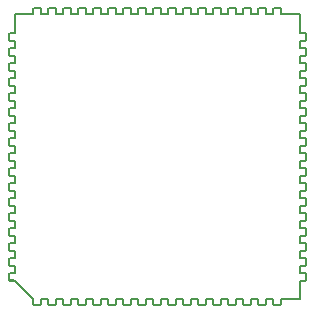
<source format=gm1>
G04 Layer_Color=16711935*
%FSLAX43Y43*%
%MOMM*%
G71*
G01*
G75*
%ADD35C,0.200*%
D35*
X9240Y-12080D02*
X9810D01*
X7970D02*
X8540D01*
X6700D02*
X7270D01*
X5430D02*
X6000D01*
X4160D02*
X4730D01*
X2890D02*
X3460D01*
X1620D02*
X2190D01*
X350D02*
X920D01*
X-920D02*
X-350D01*
X-2190D02*
X-1620D01*
X-3460D02*
X-2890D01*
X-4730D02*
X-4160D01*
X-6000D02*
X-5430D01*
X-7270D02*
X-6700D01*
X-8540D02*
X-7970D01*
X-9810D02*
X-9240D01*
X-12480Y-10510D02*
X-12080D01*
X-12580Y-10410D02*
X-12480Y-10510D01*
X-12580Y-10410D02*
Y-9910D01*
X-12480Y-9810D01*
X-12080D01*
X-12480Y-9240D02*
X-12080D01*
X-12580Y-9140D02*
X-12480Y-9240D01*
X-12580Y-9140D02*
Y-8640D01*
X-12480Y-8540D01*
X-12080D01*
X-12480Y-7970D02*
X-12080D01*
X-12580Y-7870D02*
X-12480Y-7970D01*
X-12580Y-7870D02*
Y-7370D01*
X-12480Y-7270D01*
X-12080D01*
X-12480Y-6700D02*
X-12080D01*
X-12580Y-6600D02*
X-12480Y-6700D01*
X-12580Y-6600D02*
Y-6100D01*
X-12480Y-6000D01*
X-12080D01*
X-12480Y-5430D02*
X-12080D01*
X-12580Y-5330D02*
X-12480Y-5430D01*
X-12580Y-5330D02*
Y-4830D01*
X-12480Y-4730D01*
X-12080D01*
X-12480Y-4160D02*
X-12080D01*
X-12580Y-4060D02*
X-12480Y-4160D01*
X-12580Y-4060D02*
Y-3560D01*
X-12480Y-3460D01*
X-12080D01*
X-12480Y-2890D02*
X-12080D01*
X-12580Y-2790D02*
X-12480Y-2890D01*
X-12580Y-2790D02*
Y-2290D01*
X-12480Y-2190D01*
X-12080D01*
X-12480Y-1620D02*
X-12080D01*
X-12580Y-1520D02*
X-12480Y-1620D01*
X-12580Y-1520D02*
Y-1020D01*
X-12480Y-920D01*
X-12080D01*
X-12480Y-350D02*
X-12080D01*
X-12580Y-250D02*
X-12480Y-350D01*
X-12580Y-250D02*
Y250D01*
X-12480Y350D01*
X-12080D01*
X-12480Y920D02*
X-12080D01*
X-12580Y1020D02*
X-12480Y920D01*
X-12580Y1020D02*
Y1520D01*
X-12480Y1620D01*
X-12080D01*
X-12480Y2190D02*
X-12080D01*
X-12580Y2290D02*
X-12480Y2190D01*
X-12580Y2290D02*
Y2790D01*
X-12480Y2890D01*
X-12080D01*
X-12480Y3460D02*
X-12080D01*
X-12580Y3560D02*
X-12480Y3460D01*
X-12580Y3560D02*
Y4060D01*
X-12480Y4160D01*
X-12080D01*
X-12480Y4730D02*
X-12080D01*
X-12580Y4830D02*
X-12480Y4730D01*
X-12580Y4830D02*
Y5330D01*
X-12480Y5430D01*
X-12080D01*
X-12480Y6000D02*
X-12080D01*
X-12580Y6100D02*
X-12480Y6000D01*
X-12580Y6100D02*
Y6600D01*
X-12480Y6700D01*
X-12080D01*
X-12480Y7270D02*
X-12080D01*
X-12580Y7370D02*
X-12480Y7270D01*
X-12580Y7370D02*
Y7870D01*
X-12480Y7970D01*
X-12080D01*
X-12480Y8540D02*
X-12080D01*
X-12580Y8640D02*
X-12480Y8540D01*
X-12580Y8640D02*
Y9140D01*
X-12480Y9240D01*
X-12080D01*
X-12480Y9810D02*
X-12080D01*
X-12580Y9910D02*
X-12480Y9810D01*
X-12580Y9910D02*
Y10410D01*
X-12480Y10510D01*
X-12080D01*
X-10510Y12080D02*
Y12480D01*
X-10410Y12580D01*
X-9910D01*
X-9810Y12480D01*
Y12080D02*
Y12480D01*
X-9240Y12080D02*
Y12480D01*
X-9140Y12580D01*
X-8640D01*
X-8540Y12480D01*
Y12080D02*
Y12480D01*
X-7970Y12080D02*
Y12480D01*
X-7870Y12580D01*
X-7370D01*
X-7270Y12480D01*
Y12080D02*
Y12480D01*
X-6700Y12080D02*
Y12480D01*
X-6600Y12580D01*
X-6100D01*
X-6000Y12480D01*
Y12080D02*
Y12480D01*
X-5430Y12080D02*
Y12480D01*
X-5330Y12580D01*
X-4830D01*
X-4730Y12480D01*
Y12080D02*
Y12480D01*
X-4160Y12080D02*
Y12480D01*
X-4060Y12580D01*
X-3560D01*
X-3460Y12480D01*
Y12080D02*
Y12480D01*
X-2890Y12080D02*
Y12480D01*
X-2790Y12580D01*
X-2290D01*
X-2190Y12480D01*
Y12080D02*
Y12480D01*
X-1620Y12080D02*
Y12480D01*
X-1520Y12580D01*
X-1020D01*
X-920Y12480D01*
Y12080D02*
Y12480D01*
X-350Y12080D02*
Y12480D01*
X-250Y12580D01*
X250D01*
X350Y12480D01*
Y12080D02*
Y12480D01*
X920Y12080D02*
Y12480D01*
X1020Y12580D01*
X1520D01*
X1620Y12480D01*
Y12080D02*
Y12480D01*
X2190Y12080D02*
Y12480D01*
X2290Y12580D01*
X2790D01*
X2890Y12480D01*
Y12080D02*
Y12480D01*
X3460Y12080D02*
Y12480D01*
X3560Y12580D01*
X4060D01*
X4160Y12480D01*
Y12080D02*
Y12480D01*
X4730Y12080D02*
Y12480D01*
X4830Y12580D01*
X5330D01*
X5430Y12480D01*
Y12080D02*
Y12480D01*
X6000Y12080D02*
Y12480D01*
X6100Y12580D01*
X6600D01*
X6700Y12480D01*
Y12080D02*
Y12480D01*
X7270Y12080D02*
Y12480D01*
X7370Y12580D01*
X7870D01*
X7970Y12480D01*
Y12080D02*
Y12480D01*
X8540Y12080D02*
Y12480D01*
X8640Y12580D01*
X9140D01*
X9240Y12480D01*
Y12080D02*
Y12480D01*
X9810Y12080D02*
Y12480D01*
X9910Y12580D01*
X10410D01*
X10510Y12480D01*
Y12080D02*
Y12480D01*
X12080Y10510D02*
X12480D01*
X12580Y10410D01*
Y9910D02*
Y10410D01*
X12480Y9810D02*
X12580Y9910D01*
X12080Y9810D02*
X12480D01*
X12080Y9240D02*
X12480D01*
X12580Y9140D01*
Y8640D02*
Y9140D01*
X12480Y8540D02*
X12580Y8640D01*
X12080Y8540D02*
X12480D01*
X12080Y7970D02*
X12480D01*
X12580Y7870D01*
Y7370D02*
Y7870D01*
X12480Y7270D02*
X12580Y7370D01*
X12080Y7270D02*
X12480D01*
X12080Y6700D02*
X12480D01*
X12580Y6600D01*
Y6100D02*
Y6600D01*
X12480Y6000D02*
X12580Y6100D01*
X12080Y6000D02*
X12480D01*
X12080Y5430D02*
X12480D01*
X12580Y5330D01*
Y4830D02*
Y5330D01*
X12480Y4730D02*
X12580Y4830D01*
X12080Y4730D02*
X12480D01*
X12080Y4160D02*
X12480D01*
X12580Y4060D01*
Y3560D02*
Y4060D01*
X12480Y3460D02*
X12580Y3560D01*
X12080Y3460D02*
X12480D01*
X12080Y2890D02*
X12480D01*
X12580Y2790D01*
Y2290D02*
Y2790D01*
X12480Y2190D02*
X12580Y2290D01*
X12080Y2190D02*
X12480D01*
X12080Y1620D02*
X12480D01*
X12580Y1520D01*
Y1020D02*
Y1520D01*
X12480Y920D02*
X12580Y1020D01*
X12080Y920D02*
X12480D01*
X12080Y350D02*
X12480D01*
X12580Y250D01*
Y-250D02*
Y250D01*
X12480Y-350D02*
X12580Y-250D01*
X12080Y-350D02*
X12480D01*
X12080Y-920D02*
X12480D01*
X12580Y-1020D01*
Y-1520D02*
Y-1020D01*
X12480Y-1620D02*
X12580Y-1520D01*
X12080Y-1620D02*
X12480D01*
X12080Y-2190D02*
X12480D01*
X12580Y-2290D01*
Y-2790D02*
Y-2290D01*
X12480Y-2890D02*
X12580Y-2790D01*
X12080Y-2890D02*
X12480D01*
X12080Y-3460D02*
X12480D01*
X12580Y-3560D01*
Y-4060D02*
Y-3560D01*
X12480Y-4160D02*
X12580Y-4060D01*
X12080Y-4160D02*
X12480D01*
X12080Y-4730D02*
X12480D01*
X12580Y-4830D01*
Y-5330D02*
Y-4830D01*
X12480Y-5430D02*
X12580Y-5330D01*
X12080Y-5430D02*
X12480D01*
X12080Y-6000D02*
X12480D01*
X12580Y-6100D01*
Y-6600D02*
Y-6100D01*
X12480Y-6700D02*
X12580Y-6600D01*
X12080Y-6700D02*
X12480D01*
X12080Y-7270D02*
X12480D01*
X12580Y-7370D01*
Y-7870D02*
Y-7370D01*
X12480Y-7970D02*
X12580Y-7870D01*
X12080Y-7970D02*
X12480D01*
X12080Y-8540D02*
X12480D01*
X12580Y-8640D01*
Y-9140D02*
Y-8640D01*
X12480Y-9240D02*
X12580Y-9140D01*
X12080Y-9240D02*
X12480D01*
X12080Y-9810D02*
X12480D01*
X12580Y-9910D01*
Y-10410D02*
Y-9910D01*
X12480Y-10510D02*
X12580Y-10410D01*
X12080Y-10510D02*
X12480D01*
X10510Y-12480D02*
Y-12080D01*
X10410Y-12580D02*
X10510Y-12480D01*
X9910Y-12580D02*
X10410D01*
X9810Y-12480D02*
X9910Y-12580D01*
X9810Y-12480D02*
Y-12080D01*
X9240Y-12480D02*
Y-12080D01*
X9140Y-12580D02*
X9240Y-12480D01*
X8640Y-12580D02*
X9140D01*
X8540Y-12480D02*
X8640Y-12580D01*
X8540Y-12480D02*
Y-12080D01*
X7970Y-12480D02*
Y-12080D01*
X7870Y-12580D02*
X7970Y-12480D01*
X7370Y-12580D02*
X7870D01*
X7270Y-12480D02*
X7370Y-12580D01*
X7270Y-12480D02*
Y-12080D01*
X6700Y-12480D02*
Y-12080D01*
X6600Y-12580D02*
X6700Y-12480D01*
X6100Y-12580D02*
X6600D01*
X6000Y-12480D02*
X6100Y-12580D01*
X6000Y-12480D02*
Y-12080D01*
X5430Y-12480D02*
Y-12080D01*
X5330Y-12580D02*
X5430Y-12480D01*
X4830Y-12580D02*
X5330D01*
X4730Y-12480D02*
X4830Y-12580D01*
X4730Y-12480D02*
Y-12080D01*
X4160Y-12480D02*
Y-12080D01*
X4060Y-12580D02*
X4160Y-12480D01*
X3560Y-12580D02*
X4060D01*
X3460Y-12480D02*
X3560Y-12580D01*
X3460Y-12480D02*
Y-12080D01*
X2890Y-12480D02*
Y-12080D01*
X2790Y-12580D02*
X2890Y-12480D01*
X2290Y-12580D02*
X2790D01*
X2190Y-12480D02*
X2290Y-12580D01*
X2190Y-12480D02*
Y-12080D01*
X1620Y-12480D02*
Y-12080D01*
X1520Y-12580D02*
X1620Y-12480D01*
X1020Y-12580D02*
X1520D01*
X920Y-12480D02*
X1020Y-12580D01*
X920Y-12480D02*
Y-12080D01*
X350Y-12480D02*
Y-12080D01*
X250Y-12580D02*
X350Y-12480D01*
X-250Y-12580D02*
X250D01*
X-350Y-12480D02*
X-250Y-12580D01*
X-350Y-12480D02*
Y-12080D01*
X-920Y-12480D02*
Y-12080D01*
X-1020Y-12580D02*
X-920Y-12480D01*
X-1520Y-12580D02*
X-1020D01*
X-1620Y-12480D02*
X-1520Y-12580D01*
X-1620Y-12480D02*
Y-12080D01*
X-2190Y-12480D02*
Y-12080D01*
X-2290Y-12580D02*
X-2190Y-12480D01*
X-2790Y-12580D02*
X-2290D01*
X-2890Y-12480D02*
X-2790Y-12580D01*
X-2890Y-12480D02*
Y-12080D01*
X-3460Y-12480D02*
Y-12080D01*
X-3560Y-12580D02*
X-3460Y-12480D01*
X-4060Y-12580D02*
X-3560D01*
X-4160Y-12480D02*
X-4060Y-12580D01*
X-4160Y-12480D02*
Y-12080D01*
X-4730Y-12480D02*
Y-12080D01*
X-4830Y-12580D02*
X-4730Y-12480D01*
X-5330Y-12580D02*
X-4830D01*
X-5430Y-12480D02*
X-5330Y-12580D01*
X-5430Y-12480D02*
Y-12080D01*
X-6000Y-12480D02*
Y-12080D01*
X-6100Y-12580D02*
X-6000Y-12480D01*
X-6600Y-12580D02*
X-6100D01*
X-6700Y-12480D02*
X-6600Y-12580D01*
X-6700Y-12480D02*
Y-12080D01*
X-7270Y-12480D02*
Y-12080D01*
X-7370Y-12580D02*
X-7270Y-12480D01*
X-7870Y-12580D02*
X-7370D01*
X-7970Y-12480D02*
X-7870Y-12580D01*
X-7970Y-12480D02*
Y-12080D01*
X-8540Y-12480D02*
Y-12080D01*
X-8640Y-12580D02*
X-8540Y-12480D01*
X-9140Y-12580D02*
X-8640D01*
X-9240Y-12480D02*
X-9140Y-12580D01*
X-9240Y-12480D02*
Y-12080D01*
X-9810Y-12480D02*
Y-12080D01*
X-9910Y-12580D02*
X-9810Y-12480D01*
X-10410Y-12580D02*
X-9910D01*
X-10510Y-12480D02*
X-10410Y-12580D01*
X-10510Y-12480D02*
Y-12080D01*
X-12446Y-10465D02*
X-12090D01*
X-12573Y-10338D02*
X-12446Y-10465D01*
X-12573Y-10338D02*
Y-9982D01*
X-12446Y-9855D01*
X-12090D01*
X-12080Y-9810D02*
Y-9240D01*
Y-8540D02*
Y-7970D01*
Y-7270D02*
Y-6700D01*
Y-6000D02*
Y-5430D01*
Y-4730D02*
Y-4160D01*
Y-3460D02*
Y-2890D01*
Y-2190D02*
Y-1620D01*
Y-920D02*
Y-350D01*
Y350D02*
Y920D01*
Y1620D02*
Y2190D01*
Y2890D02*
Y3460D01*
Y4160D02*
Y4730D01*
Y5430D02*
Y6000D01*
Y6700D02*
Y7270D01*
Y7970D02*
Y8540D01*
Y9240D02*
Y9810D01*
X-9810Y12080D02*
X-9240D01*
X-8540D02*
X-7970D01*
X-7270D02*
X-6700D01*
X-6000D02*
X-5430D01*
X-4730D02*
X-4160D01*
X-3460D02*
X-2890D01*
X-2190D02*
X-1620D01*
X-920D02*
X-350D01*
X350D02*
X920D01*
X1620D02*
X2190D01*
X2890D02*
X3460D01*
X4160D02*
X4730D01*
X5430D02*
X6000D01*
X6700D02*
X7270D01*
X7970D02*
X8540D01*
X9240D02*
X9810D01*
X12080Y9240D02*
Y9810D01*
Y7970D02*
Y8540D01*
Y6700D02*
Y7270D01*
Y5430D02*
Y6000D01*
Y4160D02*
Y4730D01*
Y2890D02*
Y3460D01*
Y1620D02*
Y2190D01*
Y350D02*
Y920D01*
Y-920D02*
Y-350D01*
Y-2190D02*
Y-1620D01*
Y-3460D02*
Y-2890D01*
Y-4730D02*
Y-4160D01*
Y-6000D02*
Y-5430D01*
Y-7270D02*
Y-6700D01*
Y-8540D02*
Y-7970D01*
Y-9810D02*
Y-9240D01*
X10510Y-12080D02*
X12080D01*
Y-10510D01*
X10510Y12080D02*
X12080D01*
Y10510D02*
Y12080D01*
X-12080Y10510D02*
Y12080D01*
X-10510D01*
X-12080Y-10510D02*
X-10510Y-12080D01*
X9240D02*
X9810D01*
X7970D02*
X8540D01*
X6700D02*
X7270D01*
X5430D02*
X6000D01*
X4160D02*
X4730D01*
X2890D02*
X3460D01*
X1620D02*
X2190D01*
X350D02*
X920D01*
X-920D02*
X-350D01*
X-2190D02*
X-1620D01*
X-3460D02*
X-2890D01*
X-4730D02*
X-4160D01*
X-6000D02*
X-5430D01*
X-7270D02*
X-6700D01*
X-8540D02*
X-7970D01*
X-9810D02*
X-9240D01*
X-12480Y-10510D02*
X-12080D01*
X-12580Y-10410D02*
X-12480Y-10510D01*
X-12580Y-10410D02*
Y-9910D01*
X-12480Y-9810D01*
X-12080D01*
X-12480Y-9240D02*
X-12080D01*
X-12580Y-9140D02*
X-12480Y-9240D01*
X-12580Y-9140D02*
Y-8640D01*
X-12480Y-8540D01*
X-12080D01*
X-12480Y-7970D02*
X-12080D01*
X-12580Y-7870D02*
X-12480Y-7970D01*
X-12580Y-7870D02*
Y-7370D01*
X-12480Y-7270D01*
X-12080D01*
X-12480Y-6700D02*
X-12080D01*
X-12580Y-6600D02*
X-12480Y-6700D01*
X-12580Y-6600D02*
Y-6100D01*
X-12480Y-6000D01*
X-12080D01*
X-12480Y-5430D02*
X-12080D01*
X-12580Y-5330D02*
X-12480Y-5430D01*
X-12580Y-5330D02*
Y-4830D01*
X-12480Y-4730D01*
X-12080D01*
X-12480Y-4160D02*
X-12080D01*
X-12580Y-4060D02*
X-12480Y-4160D01*
X-12580Y-4060D02*
Y-3560D01*
X-12480Y-3460D01*
X-12080D01*
X-12480Y-2890D02*
X-12080D01*
X-12580Y-2790D02*
X-12480Y-2890D01*
X-12580Y-2790D02*
Y-2290D01*
X-12480Y-2190D01*
X-12080D01*
X-12480Y-1620D02*
X-12080D01*
X-12580Y-1520D02*
X-12480Y-1620D01*
X-12580Y-1520D02*
Y-1020D01*
X-12480Y-920D01*
X-12080D01*
X-12480Y-350D02*
X-12080D01*
X-12580Y-250D02*
X-12480Y-350D01*
X-12580Y-250D02*
Y250D01*
X-12480Y350D01*
X-12080D01*
X-12480Y920D02*
X-12080D01*
X-12580Y1020D02*
X-12480Y920D01*
X-12580Y1020D02*
Y1520D01*
X-12480Y1620D01*
X-12080D01*
X-12480Y2190D02*
X-12080D01*
X-12580Y2290D02*
X-12480Y2190D01*
X-12580Y2290D02*
Y2790D01*
X-12480Y2890D01*
X-12080D01*
X-12480Y3460D02*
X-12080D01*
X-12580Y3560D02*
X-12480Y3460D01*
X-12580Y3560D02*
Y4060D01*
X-12480Y4160D01*
X-12080D01*
X-12480Y4730D02*
X-12080D01*
X-12580Y4830D02*
X-12480Y4730D01*
X-12580Y4830D02*
Y5330D01*
X-12480Y5430D01*
X-12080D01*
X-12480Y6000D02*
X-12080D01*
X-12580Y6100D02*
X-12480Y6000D01*
X-12580Y6100D02*
Y6600D01*
X-12480Y6700D01*
X-12080D01*
X-12480Y7270D02*
X-12080D01*
X-12580Y7370D02*
X-12480Y7270D01*
X-12580Y7370D02*
Y7870D01*
X-12480Y7970D01*
X-12080D01*
X-12480Y8540D02*
X-12080D01*
X-12580Y8640D02*
X-12480Y8540D01*
X-12580Y8640D02*
Y9140D01*
X-12480Y9240D01*
X-12080D01*
X-12480Y9810D02*
X-12080D01*
X-12580Y9910D02*
X-12480Y9810D01*
X-12580Y9910D02*
Y10410D01*
X-12480Y10510D01*
X-12080D01*
X-10510Y12080D02*
Y12480D01*
X-10410Y12580D01*
X-9910D01*
X-9810Y12480D01*
Y12080D02*
Y12480D01*
X-9240Y12080D02*
Y12480D01*
X-9140Y12580D01*
X-8640D01*
X-8540Y12480D01*
Y12080D02*
Y12480D01*
X-7970Y12080D02*
Y12480D01*
X-7870Y12580D01*
X-7370D01*
X-7270Y12480D01*
Y12080D02*
Y12480D01*
X-6700Y12080D02*
Y12480D01*
X-6600Y12580D01*
X-6100D01*
X-6000Y12480D01*
Y12080D02*
Y12480D01*
X-5430Y12080D02*
Y12480D01*
X-5330Y12580D01*
X-4830D01*
X-4730Y12480D01*
Y12080D02*
Y12480D01*
X-4160Y12080D02*
Y12480D01*
X-4060Y12580D01*
X-3560D01*
X-3460Y12480D01*
Y12080D02*
Y12480D01*
X-2890Y12080D02*
Y12480D01*
X-2790Y12580D01*
X-2290D01*
X-2190Y12480D01*
Y12080D02*
Y12480D01*
X-1620Y12080D02*
Y12480D01*
X-1520Y12580D01*
X-1020D01*
X-920Y12480D01*
Y12080D02*
Y12480D01*
X-350Y12080D02*
Y12480D01*
X-250Y12580D01*
X250D01*
X350Y12480D01*
Y12080D02*
Y12480D01*
X920Y12080D02*
Y12480D01*
X1020Y12580D01*
X1520D01*
X1620Y12480D01*
Y12080D02*
Y12480D01*
X2190Y12080D02*
Y12480D01*
X2290Y12580D01*
X2790D01*
X2890Y12480D01*
Y12080D02*
Y12480D01*
X3460Y12080D02*
Y12480D01*
X3560Y12580D01*
X4060D01*
X4160Y12480D01*
Y12080D02*
Y12480D01*
X4730Y12080D02*
Y12480D01*
X4830Y12580D01*
X5330D01*
X5430Y12480D01*
Y12080D02*
Y12480D01*
X6000Y12080D02*
Y12480D01*
X6100Y12580D01*
X6600D01*
X6700Y12480D01*
Y12080D02*
Y12480D01*
X7270Y12080D02*
Y12480D01*
X7370Y12580D01*
X7870D01*
X7970Y12480D01*
Y12080D02*
Y12480D01*
X8540Y12080D02*
Y12480D01*
X8640Y12580D01*
X9140D01*
X9240Y12480D01*
Y12080D02*
Y12480D01*
X9810Y12080D02*
Y12480D01*
X9910Y12580D01*
X10410D01*
X10510Y12480D01*
Y12080D02*
Y12480D01*
X12080Y10510D02*
X12480D01*
X12580Y10410D01*
Y9910D02*
Y10410D01*
X12480Y9810D02*
X12580Y9910D01*
X12080Y9810D02*
X12480D01*
X12080Y9240D02*
X12480D01*
X12580Y9140D01*
Y8640D02*
Y9140D01*
X12480Y8540D02*
X12580Y8640D01*
X12080Y8540D02*
X12480D01*
X12080Y7970D02*
X12480D01*
X12580Y7870D01*
Y7370D02*
Y7870D01*
X12480Y7270D02*
X12580Y7370D01*
X12080Y7270D02*
X12480D01*
X12080Y6700D02*
X12480D01*
X12580Y6600D01*
Y6100D02*
Y6600D01*
X12480Y6000D02*
X12580Y6100D01*
X12080Y6000D02*
X12480D01*
X12080Y5430D02*
X12480D01*
X12580Y5330D01*
Y4830D02*
Y5330D01*
X12480Y4730D02*
X12580Y4830D01*
X12080Y4730D02*
X12480D01*
X12080Y4160D02*
X12480D01*
X12580Y4060D01*
Y3560D02*
Y4060D01*
X12480Y3460D02*
X12580Y3560D01*
X12080Y3460D02*
X12480D01*
X12080Y2890D02*
X12480D01*
X12580Y2790D01*
Y2290D02*
Y2790D01*
X12480Y2190D02*
X12580Y2290D01*
X12080Y2190D02*
X12480D01*
X12080Y1620D02*
X12480D01*
X12580Y1520D01*
Y1020D02*
Y1520D01*
X12480Y920D02*
X12580Y1020D01*
X12080Y920D02*
X12480D01*
X12080Y350D02*
X12480D01*
X12580Y250D01*
Y-250D02*
Y250D01*
X12480Y-350D02*
X12580Y-250D01*
X12080Y-350D02*
X12480D01*
X12080Y-920D02*
X12480D01*
X12580Y-1020D01*
Y-1520D02*
Y-1020D01*
X12480Y-1620D02*
X12580Y-1520D01*
X12080Y-1620D02*
X12480D01*
X12080Y-2190D02*
X12480D01*
X12580Y-2290D01*
Y-2790D02*
Y-2290D01*
X12480Y-2890D02*
X12580Y-2790D01*
X12080Y-2890D02*
X12480D01*
X12080Y-3460D02*
X12480D01*
X12580Y-3560D01*
Y-4060D02*
Y-3560D01*
X12480Y-4160D02*
X12580Y-4060D01*
X12080Y-4160D02*
X12480D01*
X12080Y-4730D02*
X12480D01*
X12580Y-4830D01*
Y-5330D02*
Y-4830D01*
X12480Y-5430D02*
X12580Y-5330D01*
X12080Y-5430D02*
X12480D01*
X12080Y-6000D02*
X12480D01*
X12580Y-6100D01*
Y-6600D02*
Y-6100D01*
X12480Y-6700D02*
X12580Y-6600D01*
X12080Y-6700D02*
X12480D01*
X12080Y-7270D02*
X12480D01*
X12580Y-7370D01*
Y-7870D02*
Y-7370D01*
X12480Y-7970D02*
X12580Y-7870D01*
X12080Y-7970D02*
X12480D01*
X12080Y-8540D02*
X12480D01*
X12580Y-8640D01*
Y-9140D02*
Y-8640D01*
X12480Y-9240D02*
X12580Y-9140D01*
X12080Y-9240D02*
X12480D01*
X12080Y-9810D02*
X12480D01*
X12580Y-9910D01*
Y-10410D02*
Y-9910D01*
X12480Y-10510D02*
X12580Y-10410D01*
X12080Y-10510D02*
X12480D01*
X10510Y-12480D02*
Y-12080D01*
X10410Y-12580D02*
X10510Y-12480D01*
X9910Y-12580D02*
X10410D01*
X9810Y-12480D02*
X9910Y-12580D01*
X9810Y-12480D02*
Y-12080D01*
X9240Y-12480D02*
Y-12080D01*
X9140Y-12580D02*
X9240Y-12480D01*
X8640Y-12580D02*
X9140D01*
X8540Y-12480D02*
X8640Y-12580D01*
X8540Y-12480D02*
Y-12080D01*
X7970Y-12480D02*
Y-12080D01*
X7870Y-12580D02*
X7970Y-12480D01*
X7370Y-12580D02*
X7870D01*
X7270Y-12480D02*
X7370Y-12580D01*
X7270Y-12480D02*
Y-12080D01*
X6700Y-12480D02*
Y-12080D01*
X6600Y-12580D02*
X6700Y-12480D01*
X6100Y-12580D02*
X6600D01*
X6000Y-12480D02*
X6100Y-12580D01*
X6000Y-12480D02*
Y-12080D01*
X5430Y-12480D02*
Y-12080D01*
X5330Y-12580D02*
X5430Y-12480D01*
X4830Y-12580D02*
X5330D01*
X4730Y-12480D02*
X4830Y-12580D01*
X4730Y-12480D02*
Y-12080D01*
X4160Y-12480D02*
Y-12080D01*
X4060Y-12580D02*
X4160Y-12480D01*
X3560Y-12580D02*
X4060D01*
X3460Y-12480D02*
X3560Y-12580D01*
X3460Y-12480D02*
Y-12080D01*
X2890Y-12480D02*
Y-12080D01*
X2790Y-12580D02*
X2890Y-12480D01*
X2290Y-12580D02*
X2790D01*
X2190Y-12480D02*
X2290Y-12580D01*
X2190Y-12480D02*
Y-12080D01*
X1620Y-12480D02*
Y-12080D01*
X1520Y-12580D02*
X1620Y-12480D01*
X1020Y-12580D02*
X1520D01*
X920Y-12480D02*
X1020Y-12580D01*
X920Y-12480D02*
Y-12080D01*
X350Y-12480D02*
Y-12080D01*
X250Y-12580D02*
X350Y-12480D01*
X-250Y-12580D02*
X250D01*
X-350Y-12480D02*
X-250Y-12580D01*
X-350Y-12480D02*
Y-12080D01*
X-920Y-12480D02*
Y-12080D01*
X-1020Y-12580D02*
X-920Y-12480D01*
X-1520Y-12580D02*
X-1020D01*
X-1620Y-12480D02*
X-1520Y-12580D01*
X-1620Y-12480D02*
Y-12080D01*
X-2190Y-12480D02*
Y-12080D01*
X-2290Y-12580D02*
X-2190Y-12480D01*
X-2790Y-12580D02*
X-2290D01*
X-2890Y-12480D02*
X-2790Y-12580D01*
X-2890Y-12480D02*
Y-12080D01*
X-3460Y-12480D02*
Y-12080D01*
X-3560Y-12580D02*
X-3460Y-12480D01*
X-4060Y-12580D02*
X-3560D01*
X-4160Y-12480D02*
X-4060Y-12580D01*
X-4160Y-12480D02*
Y-12080D01*
X-4730Y-12480D02*
Y-12080D01*
X-4830Y-12580D02*
X-4730Y-12480D01*
X-5330Y-12580D02*
X-4830D01*
X-5430Y-12480D02*
X-5330Y-12580D01*
X-5430Y-12480D02*
Y-12080D01*
X-6000Y-12480D02*
Y-12080D01*
X-6100Y-12580D02*
X-6000Y-12480D01*
X-6600Y-12580D02*
X-6100D01*
X-6700Y-12480D02*
X-6600Y-12580D01*
X-6700Y-12480D02*
Y-12080D01*
X-7270Y-12480D02*
Y-12080D01*
X-7370Y-12580D02*
X-7270Y-12480D01*
X-7870Y-12580D02*
X-7370D01*
X-7970Y-12480D02*
X-7870Y-12580D01*
X-7970Y-12480D02*
Y-12080D01*
X-8540Y-12480D02*
Y-12080D01*
X-8640Y-12580D02*
X-8540Y-12480D01*
X-9140Y-12580D02*
X-8640D01*
X-9240Y-12480D02*
X-9140Y-12580D01*
X-9240Y-12480D02*
Y-12080D01*
X-9810Y-12480D02*
Y-12080D01*
X-9910Y-12580D02*
X-9810Y-12480D01*
X-10410Y-12580D02*
X-9910D01*
X-10510Y-12480D02*
X-10410Y-12580D01*
X-10510Y-12480D02*
Y-12080D01*
X-12446Y-10465D02*
X-12090D01*
X-12573Y-10338D02*
X-12446Y-10465D01*
X-12573Y-10338D02*
Y-9982D01*
X-12446Y-9855D01*
X-12090D01*
X-12080Y-9810D02*
Y-9240D01*
Y-8540D02*
Y-7970D01*
Y-7270D02*
Y-6700D01*
Y-6000D02*
Y-5430D01*
Y-4730D02*
Y-4160D01*
Y-3460D02*
Y-2890D01*
Y-2190D02*
Y-1620D01*
Y-920D02*
Y-350D01*
Y350D02*
Y920D01*
Y1620D02*
Y2190D01*
Y2890D02*
Y3460D01*
Y4160D02*
Y4730D01*
Y5430D02*
Y6000D01*
Y6700D02*
Y7270D01*
Y7970D02*
Y8540D01*
Y9240D02*
Y9810D01*
X-9810Y12080D02*
X-9240D01*
X-8540D02*
X-7970D01*
X-7270D02*
X-6700D01*
X-6000D02*
X-5430D01*
X-4730D02*
X-4160D01*
X-3460D02*
X-2890D01*
X-2190D02*
X-1620D01*
X-920D02*
X-350D01*
X350D02*
X920D01*
X1620D02*
X2190D01*
X2890D02*
X3460D01*
X4160D02*
X4730D01*
X5430D02*
X6000D01*
X6700D02*
X7270D01*
X7970D02*
X8540D01*
X9240D02*
X9810D01*
X12080Y9240D02*
Y9810D01*
Y7970D02*
Y8540D01*
Y6700D02*
Y7270D01*
Y5430D02*
Y6000D01*
Y4160D02*
Y4730D01*
Y2890D02*
Y3460D01*
Y1620D02*
Y2190D01*
Y350D02*
Y920D01*
Y-920D02*
Y-350D01*
Y-2190D02*
Y-1620D01*
Y-3460D02*
Y-2890D01*
Y-4730D02*
Y-4160D01*
Y-6000D02*
Y-5430D01*
Y-7270D02*
Y-6700D01*
Y-8540D02*
Y-7970D01*
Y-9810D02*
Y-9240D01*
X10510Y-12080D02*
X12080D01*
Y-10510D01*
X10510Y12080D02*
X12080D01*
Y10510D02*
Y12080D01*
X-12080Y10510D02*
Y12080D01*
X-10510D01*
X-12080Y-10510D02*
X-10510Y-12080D01*
M02*

</source>
